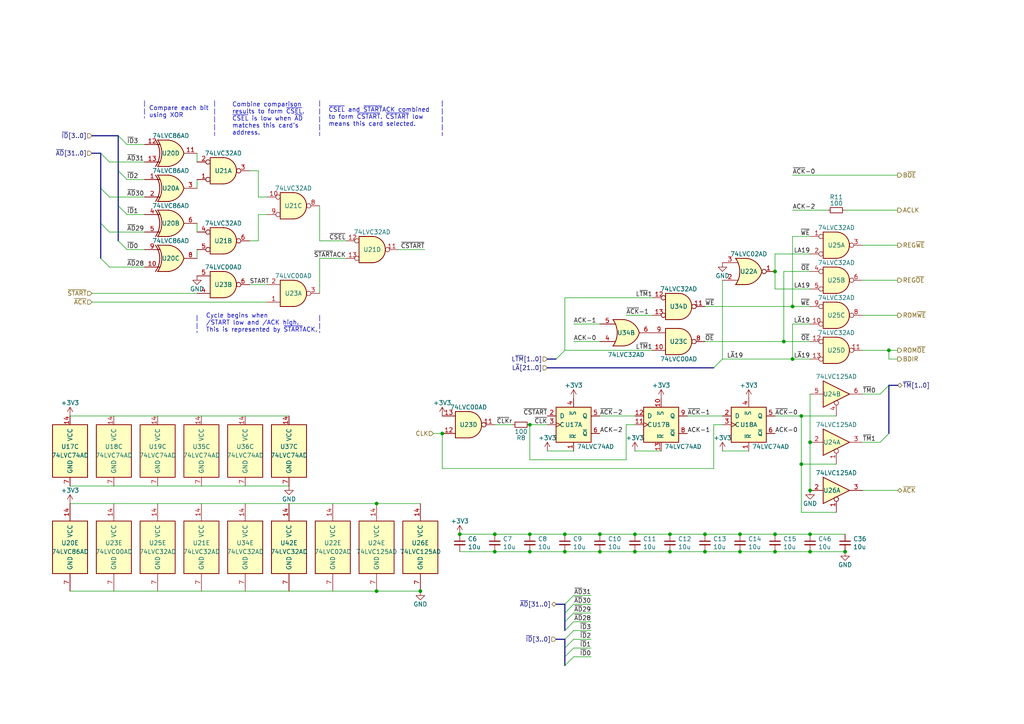
<source format=kicad_sch>
(kicad_sch (version 20211123) (generator eeschema)
  (paper "A4")
  (title_block (title "NuBus-ESP32") (date "2021-11-18") (rev "0.1") (company "Garrett's Workshop"))
  (lib_symbols
    (symbol "74xx:74LS00" (pin_names (offset 1.016))
      (property "Reference" "U" (at 0 1.27 0))
      (property "Value" "74LS00" (at 0 -1.27 0))
      (symbol "74LS00_1_1"
        (pin input line (at -7.62 2.54 0) (length 3.81) (name "~") (number "1"))
        (pin input line (at -7.62 -2.54 0) (length 3.81) (name "~") (number "2"))
        (pin output inverted (at 7.62 0 180) (length 3.81) (name "~") (number "3"))
      )
      (symbol "74LS00_1_2"
        (pin input inverted (at -7.62 2.54 0) (length 4.318) (name "~") (number "1"))
        (pin input inverted (at -7.62 -2.54 0) (length 4.318) (name "~") (number "2"))
        (pin output line (at 7.62 0 180) (length 3.81) (name "~") (number "3"))
      )
      (symbol "74LS00_2_1"
        (pin input line (at -7.62 2.54 0) (length 3.81) (name "~") (number "4"))
        (pin input line (at -7.62 -2.54 0) (length 3.81) (name "~") (number "5"))
        (pin output inverted (at 7.62 0 180) (length 3.81) (name "~") (number "6"))
      )
      (symbol "74LS00_2_2"
        (pin input inverted (at -7.62 2.54 0) (length 4.318) (name "~") (number "4"))
        (pin input inverted (at -7.62 -2.54 0) (length 4.318) (name "~") (number "5"))
        (pin output line (at 7.62 0 180) (length 3.81) (name "~") (number "6"))
      )
      (symbol "74LS00_3_1"
        (pin input line (at -7.62 -2.54 0) (length 3.81) (name "~") (number "10"))
        (pin output inverted (at 7.62 0 180) (length 3.81) (name "~") (number "8"))
        (pin input line (at -7.62 2.54 0) (length 3.81) (name "~") (number "9"))
      )
      (symbol "74LS00_3_2"
        (pin input inverted (at -7.62 -2.54 0) (length 4.318) (name "~") (number "10"))
        (pin output line (at 7.62 0 180) (length 3.81) (name "~") (number "8"))
        (pin input inverted (at -7.62 2.54 0) (length 4.318) (name "~") (number "9"))
      )
      (symbol "74LS00_4_1"
        (pin output inverted (at 7.62 0 180) (length 3.81) (name "~") (number "11"))
        (pin input line (at -7.62 2.54 0) (length 3.81) (name "~") (number "12"))
        (pin input line (at -7.62 -2.54 0) (length 3.81) (name "~") (number "13"))
      )
      (symbol "74LS00_4_2"
        (pin output line (at 7.62 0 180) (length 3.81) (name "~") (number "11"))
        (pin input inverted (at -7.62 2.54 0) (length 4.318) (name "~") (number "12"))
        (pin input inverted (at -7.62 -2.54 0) (length 4.318) (name "~") (number "13"))
      )
      (symbol "74LS00_5_0"
        (pin power_in line (at 0 12.7 270) (length 5.08) (name "VCC") (number "14"))
        (pin power_in line (at 0 -12.7 90) (length 5.08) (name "GND") (number "7"))
      )
    )
    (symbol "74xx:74LS02" (pin_names (offset 1.016))
      (property "Reference" "U" (at 0 1.27 0))
      (property "Value" "74LS02" (at 0 -1.27 0))
      (symbol "74LS02_1_1"
        (pin output inverted (at 7.62 0 180) (length 3.81) (name "~") (number "1"))
        (pin input line (at -7.62 2.54 0) (length 4.318) (name "~") (number "2"))
        (pin input line (at -7.62 -2.54 0) (length 4.318) (name "~") (number "3"))
      )
      (symbol "74LS02_1_2"
        (pin output line (at 7.62 0 180) (length 3.81) (name "~") (number "1"))
        (pin input inverted (at -7.62 2.54 0) (length 3.81) (name "~") (number "2"))
        (pin input inverted (at -7.62 -2.54 0) (length 3.81) (name "~") (number "3"))
      )
      (symbol "74LS02_2_1"
        (pin output inverted (at 7.62 0 180) (length 3.81) (name "~") (number "4"))
        (pin input line (at -7.62 2.54 0) (length 4.318) (name "~") (number "5"))
        (pin input line (at -7.62 -2.54 0) (length 4.318) (name "~") (number "6"))
      )
      (symbol "74LS02_2_2"
        (pin output line (at 7.62 0 180) (length 3.81) (name "~") (number "4"))
        (pin input inverted (at -7.62 2.54 0) (length 3.81) (name "~") (number "5"))
        (pin input inverted (at -7.62 -2.54 0) (length 3.81) (name "~") (number "6"))
      )
      (symbol "74LS02_3_1"
        (pin output inverted (at 7.62 0 180) (length 3.81) (name "~") (number "10"))
        (pin input line (at -7.62 2.54 0) (length 4.318) (name "~") (number "8"))
        (pin input line (at -7.62 -2.54 0) (length 4.318) (name "~") (number "9"))
      )
      (symbol "74LS02_3_2"
        (pin output line (at 7.62 0 180) (length 3.81) (name "~") (number "10"))
        (pin input inverted (at -7.62 2.54 0) (length 3.81) (name "~") (number "8"))
        (pin input inverted (at -7.62 -2.54 0) (length 3.81) (name "~") (number "9"))
      )
      (symbol "74LS02_4_1"
        (pin input line (at -7.62 2.54 0) (length 4.318) (name "~") (number "11"))
        (pin input line (at -7.62 -2.54 0) (length 4.318) (name "~") (number "12"))
        (pin output inverted (at 7.62 0 180) (length 3.81) (name "~") (number "13"))
      )
      (symbol "74LS02_4_2"
        (pin input inverted (at -7.62 2.54 0) (length 3.81) (name "~") (number "11"))
        (pin input inverted (at -7.62 -2.54 0) (length 3.81) (name "~") (number "12"))
        (pin output line (at 7.62 0 180) (length 3.81) (name "~") (number "13"))
      )
      (symbol "74LS02_5_0"
        (pin power_in line (at 0 12.7 270) (length 5.08) (name "VCC") (number "14"))
        (pin power_in line (at 0 -12.7 90) (length 5.08) (name "GND") (number "7"))
      )
    )
    (symbol "74xx:74LS125" (pin_names (offset 1.016))
      (property "Reference" "U" (at 0 1.27 0))
      (property "Value" "74LS125" (at 0 -1.27 0))
      (symbol "74LS125_1_0"
        (pin input inverted (at 0 -6.35 90) (length 4.445) (name "~") (number "1"))
        (pin input line (at -7.62 0 0) (length 3.81) (name "~") (number "2"))
        (pin tri_state line (at 7.62 0 180) (length 3.81) (name "~") (number "3"))
      )
      (symbol "74LS125_2_0"
        (pin input inverted (at 0 -6.35 90) (length 4.445) (name "~") (number "4"))
        (pin input line (at -7.62 0 0) (length 3.81) (name "~") (number "5"))
        (pin tri_state line (at 7.62 0 180) (length 3.81) (name "~") (number "6"))
      )
      (symbol "74LS125_3_0"
        (pin input inverted (at 0 -6.35 90) (length 4.445) (name "~") (number "10"))
        (pin tri_state line (at 7.62 0 180) (length 3.81) (name "~") (number "8"))
        (pin input line (at -7.62 0 0) (length 3.81) (name "~") (number "9"))
      )
      (symbol "74LS125_4_0"
        (pin tri_state line (at 7.62 0 180) (length 3.81) (name "~") (number "11"))
        (pin input line (at -7.62 0 0) (length 3.81) (name "~") (number "12"))
        (pin input inverted (at 0 -6.35 90) (length 4.445) (name "~") (number "13"))
      )
      (symbol "74LS125_5_0"
        (pin power_in line (at 0 12.7 270) (length 5.08) (name "VCC") (number "14"))
        (pin power_in line (at 0 -12.7 90) (length 5.08) (name "GND") (number "7"))
      )
    )
    (symbol "74xx:74LS32" (pin_names (offset 1.016))
      (property "Reference" "U" (at 0 1.27 0))
      (property "Value" "74LS32" (at 0 -1.27 0))
      (symbol "74LS32_1_1"
        (pin input line (at -7.62 2.54 0) (length 4.318) (name "~") (number "1"))
        (pin input line (at -7.62 -2.54 0) (length 4.318) (name "~") (number "2"))
        (pin output line (at 7.62 0 180) (length 3.81) (name "~") (number "3"))
      )
      (symbol "74LS32_1_2"
        (pin input inverted (at -7.62 2.54 0) (length 3.81) (name "~") (number "1"))
        (pin input inverted (at -7.62 -2.54 0) (length 3.81) (name "~") (number "2"))
        (pin output inverted (at 7.62 0 180) (length 3.81) (name "~") (number "3"))
      )
      (symbol "74LS32_2_1"
        (pin input line (at -7.62 2.54 0) (length 4.318) (name "~") (number "4"))
        (pin input line (at -7.62 -2.54 0) (length 4.318) (name "~") (number "5"))
        (pin output line (at 7.62 0 180) (length 3.81) (name "~") (number "6"))
      )
      (symbol "74LS32_2_2"
        (pin input inverted (at -7.62 2.54 0) (length 3.81) (name "~") (number "4"))
        (pin input inverted (at -7.62 -2.54 0) (length 3.81) (name "~") (number "5"))
        (pin output inverted (at 7.62 0 180) (length 3.81) (name "~") (number "6"))
      )
      (symbol "74LS32_3_1"
        (pin input line (at -7.62 -2.54 0) (length 4.318) (name "~") (number "10"))
        (pin output line (at 7.62 0 180) (length 3.81) (name "~") (number "8"))
        (pin input line (at -7.62 2.54 0) (length 4.318) (name "~") (number "9"))
      )
      (symbol "74LS32_3_2"
        (pin input inverted (at -7.62 -2.54 0) (length 3.81) (name "~") (number "10"))
        (pin output inverted (at 7.62 0 180) (length 3.81) (name "~") (number "8"))
        (pin input inverted (at -7.62 2.54 0) (length 3.81) (name "~") (number "9"))
      )
      (symbol "74LS32_4_1"
        (pin output line (at 7.62 0 180) (length 3.81) (name "~") (number "11"))
        (pin input line (at -7.62 2.54 0) (length 4.318) (name "~") (number "12"))
        (pin input line (at -7.62 -2.54 0) (length 4.318) (name "~") (number "13"))
      )
      (symbol "74LS32_4_2"
        (pin output inverted (at 7.62 0 180) (length 3.81) (name "~") (number "11"))
        (pin input inverted (at -7.62 2.54 0) (length 3.81) (name "~") (number "12"))
        (pin input inverted (at -7.62 -2.54 0) (length 3.81) (name "~") (number "13"))
      )
      (symbol "74LS32_5_0"
        (pin power_in line (at 0 12.7 270) (length 5.08) (name "VCC") (number "14"))
        (pin power_in line (at 0 -12.7 90) (length 5.08) (name "GND") (number "7"))
      )
    )
    (symbol "74xx:74LS74" (pin_names (offset 1.016))
      (property "Reference" "U" (at -7.62 8.89 0))
      (property "Value" "74LS74" (at -7.62 -8.89 0))
      (symbol "74LS74_1_0"
        (pin input line (at 0 -7.62 90) (length 2.54) (name "~{R}") (number "1"))
        (pin input line (at -7.62 2.54 0) (length 2.54) (name "D") (number "2"))
        (pin input clock (at -7.62 0 0) (length 2.54) (name "C") (number "3"))
        (pin input line (at 0 7.62 270) (length 2.54) (name "~{S}") (number "4"))
        (pin output line (at 7.62 2.54 180) (length 2.54) (name "Q") (number "5"))
        (pin output line (at 7.62 -2.54 180) (length 2.54) (name "~{Q}") (number "6"))
      )
      (symbol "74LS74_2_0"
        (pin input line (at 0 7.62 270) (length 2.54) (name "~{S}") (number "10"))
        (pin input clock (at -7.62 0 0) (length 2.54) (name "C") (number "11"))
        (pin input line (at -7.62 2.54 0) (length 2.54) (name "D") (number "12"))
        (pin input line (at 0 -7.62 90) (length 2.54) (name "~{R}") (number "13"))
        (pin output line (at 7.62 -2.54 180) (length 2.54) (name "~{Q}") (number "8"))
        (pin output line (at 7.62 2.54 180) (length 2.54) (name "Q") (number "9"))
      )
      (symbol "74LS74_3_0"
        (pin power_in line (at 0 10.16 270) (length 2.54) (name "VCC") (number "14"))
        (pin power_in line (at 0 -10.16 90) (length 2.54) (name "GND") (number "7"))
      )
    )
    (symbol "74xx:74LS86" (pin_names (offset 1.016))
      (property "Reference" "U" (at 0 1.27 0))
      (property "Value" "74LS86" (at 0 -1.27 0))
      (symbol "74LS86_1_0"
        (pin input line (at -7.62 2.54 0) (length 4.445) (name "~") (number "1"))
        (pin input line (at -7.62 -2.54 0) (length 4.445) (name "~") (number "2"))
        (pin output line (at 7.62 0 180) (length 3.81) (name "~") (number "3"))
      )
      (symbol "74LS86_2_0"
        (pin input line (at -7.62 2.54 0) (length 4.445) (name "~") (number "4"))
        (pin input line (at -7.62 -2.54 0) (length 4.445) (name "~") (number "5"))
        (pin output line (at 7.62 0 180) (length 3.81) (name "~") (number "6"))
      )
      (symbol "74LS86_3_0"
        (pin input line (at -7.62 -2.54 0) (length 4.445) (name "~") (number "10"))
        (pin output line (at 7.62 0 180) (length 3.81) (name "~") (number "8"))
        (pin input line (at -7.62 2.54 0) (length 4.445) (name "~") (number "9"))
      )
      (symbol "74LS86_4_0"
        (pin output line (at 7.62 0 180) (length 3.81) (name "~") (number "11"))
        (pin input line (at -7.62 2.54 0) (length 4.445) (name "~") (number "12"))
        (pin input line (at -7.62 -2.54 0) (length 4.445) (name "~") (number "13"))
      )
      (symbol "74LS86_5_0"
        (pin power_in line (at 0 12.7 270) (length 5.08) (name "VCC") (number "14"))
        (pin power_in line (at 0 -12.7 90) (length 5.08) (name "GND") (number "7"))
      )
    )
    (symbol "Device:C_Small" (pin_numbers hide) (pin_names (offset 0.254) hide)
      (property "Reference" "C" (at 0.254 1.778 0))
      (property "Value" "C_Small" (at 0.254 -2.032 0))
      (symbol "C_Small_1_1"
        (pin passive line (at 0 2.54 270) (length 2.032) (name "~") (number "1"))
        (pin passive line (at 0 -2.54 90) (length 2.032) (name "~") (number "2"))
      )
    )
    (symbol "Device:R_Small" (pin_numbers hide) (pin_names (offset 0.254) hide)
      (property "Reference" "R" (at 0.762 0.508 0))
      (property "Value" "R_Small" (at 0.762 -1.016 0))
      (symbol "R_Small_1_1"
        (pin passive line (at 0 2.54 270) (length 0.762) (name "~") (number "1"))
        (pin passive line (at 0 -2.54 90) (length 0.762) (name "~") (number "2"))
      )
    )
    (symbol "power:+3V3" (power) (pin_names (offset 0))
      (property "Value" "+3V3" (at 0 3.556 0))
      (symbol "+3V3_1_1"
        (pin power_in line (at 0 0 90) (length 0) hide (name "+3V3") (number "1"))
      )
    )
    (symbol "power:GND" (power) (pin_names (offset 0))
      (property "Value" "GND" (at 0 -3.81 0))
      (symbol "GND_1_1"
        (pin power_in line (at 0 0 270) (length 0) hide (name "GND") (number "1"))
      )
    )
  )
  (junction (at 128.27 125.73))
  (junction (at 232.41 120.65))
  (junction (at 153.67 154.94))
  (junction (at 184.15 160.02))
  (junction (at 121.92 171.45))
  (junction (at 184.15 154.94))
  (junction (at 194.31 160.02))
  (junction (at 163.83 160.02))
  (junction (at 194.31 154.94))
  (junction (at 173.99 160.02))
  (junction (at 109.22 171.45))
  (junction (at 163.83 154.94))
  (junction (at 229.87 88.9))
  (junction (at 143.51 160.02))
  (junction (at 224.79 154.94))
  (junction (at 214.63 154.94))
  (junction (at 133.35 154.94))
  (junction (at 153.67 123.19))
  (junction (at 234.95 128.27))
  (junction (at 232.41 134.62))
  (junction (at 224.79 78.74))
  (junction (at 234.95 154.94))
  (junction (at 153.67 160.02))
  (junction (at 224.79 160.02))
  (junction (at 204.47 160.02))
  (junction (at 109.22 146.05))
  (junction (at 234.95 142.24))
  (junction (at 257.81 101.6))
  (junction (at 227.33 99.06))
  (junction (at 204.47 154.94))
  (junction (at 245.11 160.02))
  (junction (at 229.87 104.14))
  (junction (at 234.95 160.02))
  (junction (at 214.63 160.02))
  (junction (at 173.99 154.94))
  (junction (at 143.51 154.94))
  (bus_entry (at 34.29 39.37) (size 2.54 2.54))
  (bus_entry (at 29.21 74.93) (size 2.54 2.54))
  (bus_entry (at 34.29 49.53) (size 2.54 2.54))
  (bus_entry (at 163.83 182.88) (size 2.54 -2.54))
  (bus_entry (at 163.83 193.04) (size 2.54 -2.54))
  (bus_entry (at 161.29 104.14) (size 2.54 -2.54))
  (bus_entry (at 163.83 180.34) (size 2.54 -2.54))
  (bus_entry (at 207.01 106.68) (size 2.54 -2.54))
  (bus_entry (at 257.81 111.76) (size -2.54 2.54))
  (bus_entry (at 29.21 64.77) (size 2.54 2.54))
  (bus_entry (at 163.83 190.5) (size 2.54 -2.54))
  (bus_entry (at 29.21 44.45) (size 2.54 2.54))
  (bus_entry (at 163.83 177.8) (size 2.54 -2.54))
  (bus_entry (at 29.21 54.61) (size 2.54 2.54))
  (bus_entry (at 163.83 175.26) (size 2.54 -2.54))
  (bus_entry (at 34.29 59.69) (size 2.54 2.54))
  (bus_entry (at 257.81 125.73) (size -2.54 2.54))
  (bus_entry (at 34.29 69.85) (size 2.54 2.54))
  (bus_entry (at 163.83 187.96) (size 2.54 -2.54))
  (bus_entry (at 163.83 185.42) (size 2.54 -2.54))
  (wire (pts (xy 20.32 171.45) (xy 109.22 171.45)))
  (wire (pts (xy 31.75 67.31) (xy 41.91 67.31)))
  (wire (pts (xy 240.03 60.96) (xy 229.87 60.96)))
  (wire (pts (xy 229.87 68.58) (xy 234.95 68.58)))
  (wire (pts (xy 250.19 91.44) (xy 260.35 91.44)))
  (wire (pts (xy 36.83 41.91) (xy 41.91 41.91)))
  (wire (pts (xy 234.95 154.94) (xy 245.11 154.94)))
  (wire (pts (xy 72.39 82.55) (xy 77.47 82.55)))
  (wire (pts (xy 260.35 104.14) (xy 257.81 104.14)))
  (wire (pts (xy 209.55 130.81) (xy 217.17 130.81)))
  (wire (pts (xy 229.87 88.9) (xy 229.87 68.58)))
  (bus (pts (xy 26.67 44.45) (xy 29.21 44.45)))
  (polyline (pts (xy 92.71 91.44) (xy 92.71 96.52)))
  (wire (pts (xy 234.95 128.27) (xy 234.95 114.3)))
  (wire (pts (xy 36.83 62.23) (xy 41.91 62.23)))
  (wire (pts (xy 128.27 125.73) (xy 128.27 135.89)))
  (wire (pts (xy 227.33 78.74) (xy 234.95 78.74)))
  (bus (pts (xy 207.01 106.68) (xy 158.75 106.68)))
  (wire (pts (xy 214.63 154.94) (xy 204.47 154.94)))
  (wire (pts (xy 229.87 93.98) (xy 229.87 104.14)))
  (wire (pts (xy 181.61 133.35) (xy 153.67 133.35)))
  (wire (pts (xy 255.27 128.27) (xy 250.19 128.27)))
  (wire (pts (xy 163.83 160.02) (xy 153.67 160.02)))
  (bus (pts (xy 163.83 180.34) (xy 163.83 182.88)))
  (wire (pts (xy 181.61 91.44) (xy 189.23 91.44)))
  (wire (pts (xy 26.67 87.63) (xy 77.47 87.63)))
  (wire (pts (xy 166.37 190.5) (xy 171.45 190.5)))
  (bus (pts (xy 34.29 59.69) (xy 34.29 69.85)))
  (wire (pts (xy 100.33 74.93) (xy 92.71 74.93)))
  (wire (pts (xy 166.37 180.34) (xy 171.45 180.34)))
  (wire (pts (xy 250.19 71.12) (xy 260.35 71.12)))
  (wire (pts (xy 234.95 160.02) (xy 245.11 160.02)))
  (wire (pts (xy 20.32 146.05) (xy 109.22 146.05)))
  (wire (pts (xy 234.95 88.9) (xy 229.87 88.9)))
  (bus (pts (xy 260.35 111.76) (xy 257.81 111.76)))
  (wire (pts (xy 57.15 52.07) (xy 57.15 54.61)))
  (wire (pts (xy 74.93 62.23) (xy 74.93 69.85)))
  (wire (pts (xy 100.33 69.85) (xy 92.71 69.85)))
  (wire (pts (xy 36.83 52.07) (xy 41.91 52.07)))
  (wire (pts (xy 214.63 160.02) (xy 224.79 160.02)))
  (wire (pts (xy 36.83 72.39) (xy 41.91 72.39)))
  (wire (pts (xy 234.95 99.06) (xy 227.33 99.06)))
  (wire (pts (xy 229.87 93.98) (xy 234.95 93.98)))
  (wire (pts (xy 209.55 120.65) (xy 199.39 120.65)))
  (bus (pts (xy 29.21 54.61) (xy 29.21 64.77)))
  (wire (pts (xy 74.93 49.53) (xy 72.39 49.53)))
  (polyline (pts (xy 41.91 29.21) (xy 41.91 34.29)))
  (bus (pts (xy 34.29 39.37) (xy 34.29 49.53)))
  (wire (pts (xy 224.79 154.94) (xy 214.63 154.94)))
  (wire (pts (xy 232.41 120.65) (xy 232.41 134.62)))
  (wire (pts (xy 20.32 120.65) (xy 83.82 120.65)))
  (bus (pts (xy 163.83 175.26) (xy 161.29 175.26)))
  (wire (pts (xy 204.47 160.02) (xy 214.63 160.02)))
  (wire (pts (xy 207.01 123.19) (xy 209.55 123.19)))
  (bus (pts (xy 163.83 185.42) (xy 163.83 187.96)))
  (wire (pts (xy 143.51 154.94) (xy 153.67 154.94)))
  (wire (pts (xy 125.73 125.73) (xy 128.27 125.73)))
  (wire (pts (xy 234.95 154.94) (xy 224.79 154.94)))
  (wire (pts (xy 229.87 88.9) (xy 204.47 88.9)))
  (wire (pts (xy 31.75 46.99) (xy 41.91 46.99)))
  (wire (pts (xy 57.15 44.45) (xy 57.15 46.99)))
  (wire (pts (xy 224.79 83.82) (xy 234.95 83.82)))
  (wire (pts (xy 224.79 73.66) (xy 224.79 78.74)))
  (wire (pts (xy 74.93 69.85) (xy 72.39 69.85)))
  (wire (pts (xy 77.47 62.23) (xy 74.93 62.23)))
  (wire (pts (xy 92.71 59.69) (xy 92.71 69.85)))
  (wire (pts (xy 109.22 146.05) (xy 121.92 146.05)))
  (bus (pts (xy 34.29 49.53) (xy 34.29 59.69)))
  (wire (pts (xy 121.92 171.45) (xy 109.22 171.45)))
  (bus (pts (xy 163.83 175.26) (xy 163.83 177.8)))
  (bus (pts (xy 163.83 190.5) (xy 163.83 193.04)))
  (wire (pts (xy 227.33 99.06) (xy 204.47 99.06)))
  (wire (pts (xy 184.15 123.19) (xy 181.61 123.19)))
  (wire (pts (xy 153.67 123.19) (xy 158.75 123.19)))
  (wire (pts (xy 163.83 86.36) (xy 189.23 86.36)))
  (wire (pts (xy 166.37 182.88) (xy 171.45 182.88)))
  (wire (pts (xy 153.67 154.94) (xy 163.83 154.94)))
  (bus (pts (xy 163.83 185.42) (xy 161.29 185.42)))
  (wire (pts (xy 204.47 154.94) (xy 194.31 154.94)))
  (wire (pts (xy 128.27 135.89) (xy 207.01 135.89)))
  (wire (pts (xy 227.33 78.74) (xy 227.33 99.06)))
  (polyline (pts (xy 57.15 91.44) (xy 57.15 96.52)))
  (wire (pts (xy 143.51 123.19) (xy 148.59 123.19)))
  (wire (pts (xy 163.83 101.6) (xy 189.23 101.6)))
  (wire (pts (xy 255.27 114.3) (xy 250.19 114.3)))
  (wire (pts (xy 57.15 72.39) (xy 57.15 74.93)))
  (wire (pts (xy 224.79 73.66) (xy 234.95 73.66)))
  (wire (pts (xy 166.37 185.42) (xy 171.45 185.42)))
  (polyline (pts (xy 92.71 29.21) (xy 92.71 39.37)))
  (wire (pts (xy 31.75 77.47) (xy 41.91 77.47)))
  (wire (pts (xy 57.15 64.77) (xy 57.15 67.31)))
  (wire (pts (xy 229.87 50.8) (xy 260.35 50.8)))
  (wire (pts (xy 158.75 130.81) (xy 166.37 130.81)))
  (wire (pts (xy 207.01 135.89) (xy 207.01 123.19)))
  (wire (pts (xy 166.37 93.98) (xy 173.99 93.98)))
  (wire (pts (xy 20.32 140.97) (xy 83.82 140.97)))
  (wire (pts (xy 26.67 85.09) (xy 57.15 85.09)))
  (wire (pts (xy 232.41 148.59) (xy 242.57 148.59)))
  (wire (pts (xy 153.67 160.02) (xy 143.51 160.02)))
  (wire (pts (xy 92.71 74.93) (xy 92.71 85.09)))
  (wire (pts (xy 250.19 81.28) (xy 260.35 81.28)))
  (wire (pts (xy 166.37 187.96) (xy 171.45 187.96)))
  (wire (pts (xy 115.57 72.39) (xy 123.19 72.39)))
  (bus (pts (xy 29.21 44.45) (xy 29.21 54.61)))
  (bus (pts (xy 163.83 187.96) (xy 163.83 190.5)))
  (wire (pts (xy 250.19 101.6) (xy 257.81 101.6)))
  (wire (pts (xy 184.15 160.02) (xy 194.31 160.02)))
  (wire (pts (xy 166.37 175.26) (xy 171.45 175.26)))
  (wire (pts (xy 166.37 172.72) (xy 171.45 172.72)))
  (wire (pts (xy 232.41 120.65) (xy 242.57 120.65)))
  (wire (pts (xy 257.81 101.6) (xy 260.35 101.6)))
  (wire (pts (xy 245.11 60.96) (xy 260.35 60.96)))
  (polyline (pts (xy 62.23 29.21) (xy 62.23 39.37)))
  (wire (pts (xy 173.99 154.94) (xy 163.83 154.94)))
  (wire (pts (xy 232.41 134.62) (xy 232.41 148.59)))
  (polyline (pts (xy 128.27 29.21) (xy 128.27 39.37)))
  (wire (pts (xy 194.31 154.94) (xy 184.15 154.94)))
  (wire (pts (xy 224.79 78.74) (xy 224.79 83.82)))
  (wire (pts (xy 209.55 81.28) (xy 209.55 104.14)))
  (wire (pts (xy 163.83 101.6) (xy 163.83 86.36)))
  (wire (pts (xy 77.47 57.15) (xy 74.93 57.15)))
  (wire (pts (xy 153.67 133.35) (xy 153.67 123.19)))
  (bus (pts (xy 257.81 125.73) (xy 257.81 111.76)))
  (wire (pts (xy 133.35 154.94) (xy 143.51 154.94)))
  (wire (pts (xy 209.55 104.14) (xy 229.87 104.14)))
  (bus (pts (xy 163.83 177.8) (xy 163.83 180.34)))
  (wire (pts (xy 163.83 160.02) (xy 173.99 160.02)))
  (wire (pts (xy 229.87 104.14) (xy 234.95 104.14)))
  (wire (pts (xy 184.15 130.81) (xy 191.77 130.81)))
  (wire (pts (xy 194.31 160.02) (xy 204.47 160.02)))
  (wire (pts (xy 31.75 57.15) (xy 41.91 57.15)))
  (wire (pts (xy 257.81 104.14) (xy 257.81 101.6)))
  (wire (pts (xy 234.95 142.24) (xy 234.95 128.27)))
  (wire (pts (xy 184.15 154.94) (xy 173.99 154.94)))
  (wire (pts (xy 173.99 160.02) (xy 184.15 160.02)))
  (wire (pts (xy 232.41 134.62) (xy 242.57 134.62)))
  (wire (pts (xy 74.93 57.15) (xy 74.93 49.53)))
  (wire (pts (xy 224.79 160.02) (xy 234.95 160.02)))
  (bus (pts (xy 29.21 64.77) (xy 29.21 74.93)))
  (wire (pts (xy 166.37 177.8) (xy 171.45 177.8)))
  (wire (pts (xy 143.51 160.02) (xy 133.35 160.02)))
  (wire (pts (xy 224.79 120.65) (xy 232.41 120.65)))
  (wire (pts (xy 166.37 99.06) (xy 173.99 99.06)))
  (wire (pts (xy 181.61 123.19) (xy 181.61 133.35)))
  (wire (pts (xy 184.15 120.65) (xy 173.99 120.65)))
  (wire (pts (xy 250.19 142.24) (xy 260.35 142.24)))
  (bus (pts (xy 34.29 39.37) (xy 26.67 39.37)))
  (bus (pts (xy 158.75 104.14) (xy 161.29 104.14)))
  (text "~{CSEL} and ~{START}ACK combined\nto form ~{CSTART}. ~{CSTART} low\nmeans this card selected." (at 95.25 36.83 0) (effects (font (size 1.27 1.27)) (justify left bottom)))
  (text "Cycle begins when\n/START low and /ACK high.\nThis is represented by ~{START}ACK." (at 59.69 96.52 0) (effects (font (size 1.27 1.27)) (justify left bottom)))
  (text "Compare each bit\nusing XOR" (at 43.18 34.29 0) (effects (font (size 1.27 1.27)) (justify left bottom)))
  (text "Combine comparison\nresults to form ~{CSEL}.\n~{CSEL} is low when ~{AD}\nmatches this card’s\naddress." (at 67.31 39.37 0) (effects (font (size 1.27 1.27)) (justify left bottom)))
  (label "~{CLK}r" (at 148.59 123.19 180))
  (label "~{START}ACK" (at 100.33 74.93 180))
  (label "~{ID}3" (at 171.45 182.88 180))
  (label "~{ACK}-1" (at 199.39 120.65 0))
  (label "L~{A}19" (at 210.82 104.14 0))
  (label "~{ACK}-0" (at 224.79 120.65 0))
  (label "ACK-0" (at 166.37 99.06 0))
  (label "~{ID}2" (at 171.45 185.42 180))
  (label "~{AD}31" (at 171.45 172.72 180))
  (label "~{CLK}" (at 158.75 123.19 180))
  (label "~{OE}" (at 204.47 99.06 0))
  (label "~{CSTART}" (at 158.75 120.65 180))
  (label "~{ACK}-2" (at 173.99 120.65 0))
  (label "~{WE}" (at 234.95 68.58 180))
  (label "LA19" (at 234.95 73.66 180))
  (label "~{CSEL}" (at 100.33 69.85 180))
  (label "~{ID}0" (at 171.45 190.5 180))
  (label "ACK-2" (at 229.87 60.96 0))
  (label "~{WE}" (at 204.47 88.9 0))
  (label "~{AD}30" (at 36.83 57.15 0))
  (label "LA19" (at 234.95 83.82 180))
  (label "~{AD}29" (at 171.45 177.8 180))
  (label "~{ID}1" (at 36.83 62.23 0))
  (label "~{ACK}-0" (at 229.87 50.8 0))
  (label "L~{A}19" (at 234.95 104.14 180))
  (label "~{AD}28" (at 171.45 180.34 180))
  (label "~{ID}2" (at 36.83 52.07 0))
  (label "ACK-2" (at 173.99 125.73 0))
  (label "~{AD}29" (at 36.83 67.31 0))
  (label "~{OE}" (at 234.95 99.06 180))
  (label "~{ID}3" (at 36.83 41.91 0))
  (label "L~{A}19" (at 234.95 93.98 180))
  (label "ACK-1" (at 199.39 125.73 0))
  (label "~{ID}0" (at 36.83 72.39 0))
  (label "~{ID}1" (at 171.45 187.96 180))
  (label "START" (at 72.39 82.55 0))
  (label "~{AD}31" (at 36.83 46.99 0))
  (label "~{CSTART}" (at 123.19 72.39 180))
  (label "ACK-0" (at 224.79 125.73 0))
  (label "~{AD}30" (at 171.45 175.26 180))
  (label "~{TM}1" (at 250.19 128.27 0))
  (label "~{ACK}-1" (at 181.61 91.44 0))
  (label "~{OE}" (at 234.95 78.74 180))
  (label "ACK-1" (at 166.37 93.98 0))
  (label "L~{TM}1" (at 189.23 101.6 180))
  (label "~{WE}" (at 234.95 88.9 180))
  (label "L~{TM}1" (at 189.23 86.36 180))
  (label "~{AD}28" (at 36.83 77.47 0))
  (label "~{TM}0" (at 250.19 114.3 0))
  (hierarchical_label "~{AD}[31..0]" (shape input) (at 26.67 44.45 180))
  (hierarchical_label "L~{TM}[1..0]" (shape input) (at 158.75 104.14 180))
  (hierarchical_label "BDIR" (shape output) (at 260.35 104.14 0))
  (hierarchical_label "B~{OE}" (shape output) (at 260.35 50.8 0))
  (hierarchical_label "~{ID}[3..0]" (shape input) (at 26.67 39.37 180))
  (hierarchical_label "REG~{OE}" (shape output) (at 260.35 81.28 0))
  (hierarchical_label "REG~{WE}" (shape output) (at 260.35 71.12 0))
  (hierarchical_label "ROM~{OE}" (shape output) (at 260.35 101.6 0))
  (hierarchical_label "~{AD}[31..0]" (shape bidirectional) (at 161.29 175.26 180))
  (hierarchical_label "~{ACK}" (shape bidirectional) (at 260.35 142.24 0))
  (hierarchical_label "~{ACK}" (shape input) (at 26.67 87.63 180))
  (hierarchical_label "~{ID}[3..0]" (shape input) (at 161.29 185.42 180))
  (hierarchical_label "CLK" (shape input) (at 125.73 125.73 180))
  (hierarchical_label "~{TM}[1..0]" (shape bidirectional) (at 260.35 111.76 0))
  (hierarchical_label "ACLK" (shape output) (at 260.35 60.96 0))
  (hierarchical_label "L~{A}[21..0]" (shape input) (at 158.75 106.68 180))
  (hierarchical_label "~{START}" (shape input) (at 26.67 85.09 180))
  (hierarchical_label "ROM~{WE}" (shape output) (at 260.35 91.44 0))
  (symbol (lib_id "Device:R_Small") (at 151.13 123.19 90) (unit 1)
    (property "Reference" "R8" (at 151.13 127 90))
    (property "Value" "100" (at 151.13 124.46 90) (effects (justify bottom)))
    (property "Footprint" "stdpads:R_0805" (effects hide))
    (property "LCSC Part" "C17408" (effects hide))
  )
  (symbol (lib_id "Device:R_Small") (at 242.57 60.96 90) (mirror x) (unit 1)
    (property "Reference" "R11" (at 242.57 57.15 90))
    (property "Value" "100" (at 242.57 59.69 90) (effects (justify bottom)))
    (property "Footprint" "stdpads:R_0805" (effects hide))
    (property "LCSC Part" "C17408" (effects hide))
  )
  (symbol (lib_id "74xx:74LS00") (at 135.89 123.19 0) (mirror x) (unit 4)
    (property "Reference" "U23" (at 135.89 123.19 0))
    (property "Value" "74LVC00AD" (at 135.89 118.11 0))
    (property "Footprint" "stdpads:SOIC-14_3.9mm" (effects hide))
    (property "Datasheet" "http://www.ti.com/lit/gpn/sn74LS00" (effects hide))
    (property "LCSC Part" "C7802" (effects hide))
  )
  (symbol (lib_id "74xx:74LS86") (at 20.32 158.75 0) (unit 5)
    (property "Reference" "U20" (at 20.32 157.48 0))
    (property "Value" "74LVC86AD" (at 20.32 160.02 0))
    (property "Footprint" "stdpads:SOIC-14_3.9mm" (effects hide))
    (property "Datasheet" "http://www.ti.com/lit/gpn/sn74LS86" (effects hide))
    (property "LCSC Part" "C548853" (effects hide))
  )
  (symbol (lib_id "74xx:74LS00") (at 33.02 158.75 0) (unit 5)
    (property "Reference" "U23" (at 33.02 157.48 0))
    (property "Value" "74LVC00AD" (at 33.02 160.02 0))
    (property "Footprint" "stdpads:SOIC-14_3.9mm" (effects hide))
    (property "Datasheet" "http://www.ti.com/lit/gpn/sn74LS00" (effects hide))
    (property "LCSC Part" "C7802" (effects hide))
  )
  (symbol (lib_id "74xx:74LS32") (at 45.72 158.75 0) (unit 5)
    (property "Reference" "U25" (at 45.72 157.48 0))
    (property "Value" "74LVC32AD" (at 45.72 160.02 0))
    (property "Footprint" "stdpads:SOIC-14_3.9mm" (effects hide))
    (property "Datasheet" "http://www.ti.com/lit/gpn/sn74LS08" (effects hide))
    (property "LCSC Part" "C7852" (effects hide))
  )
  (symbol (lib_id "74xx:74LS32") (at 58.42 158.75 0) (unit 5)
    (property "Reference" "U21" (at 58.42 157.48 0))
    (property "Value" "74LVC32AD" (at 58.42 160.02 0))
    (property "Footprint" "stdpads:SOIC-14_3.9mm" (effects hide))
    (property "Datasheet" "http://www.ti.com/lit/gpn/sn74LS08" (effects hide))
    (property "LCSC Part" "C7852" (effects hide))
  )
  (symbol (lib_id "74xx:74LS02") (at 96.52 158.75 0) (unit 5)
    (property "Reference" "U22" (at 96.52 157.48 0))
    (property "Value" "74LVC02AD" (at 96.52 160.02 0))
    (property "Footprint" "stdpads:SOIC-14_3.9mm" (effects hide))
    (property "Datasheet" "http://www.ti.com/lit/gpn/sn74LS02" (effects hide))
    (property "LCSC Part" "C7804" (effects hide))
  )
  (symbol (lib_id "74xx:74LS32") (at 71.12 158.75 0) (unit 5)
    (property "Reference" "U34" (at 71.12 157.48 0))
    (property "Value" "74LVC32AD" (at 71.12 160.02 0))
    (property "Footprint" "stdpads:SOIC-14_3.9mm" (effects hide))
    (property "Datasheet" "http://www.ti.com/lit/gpn/sn74LS08" (effects hide))
    (property "LCSC Part" "C7852" (effects hide))
  )
  (symbol (lib_id "74xx:74LS32") (at 196.85 88.9 0) (unit 4) (convert 2)
    (property "Reference" "U34" (at 196.85 88.9 0))
    (property "Value" "74LVC32AD" (at 196.85 83.82 0))
    (property "Footprint" "stdpads:SOIC-14_3.9mm" (effects hide))
    (property "Datasheet" "http://www.ti.com/lit/gpn/sn74LS08" (effects hide))
    (property "LCSC Part" "C7852" (effects hide))
  )
  (symbol (lib_id "74xx:74LS74") (at 20.32 130.81 0) (unit 3)
    (property "Reference" "U17" (at 20.32 129.54 0))
    (property "Value" "74LVC74AD" (at 20.32 132.08 0))
    (property "Footprint" "stdpads:SOIC-14_3.9mm" (effects hide))
    (property "Datasheet" "74xx/74hc_hct74.pdf" (effects hide))
    (property "LCSC Part" "C7864" (effects hide))
  )
  (symbol (lib_id "power:+3V3") (at 20.32 146.05 0) (unit 1)
    (property "Reference" "#PWR0231" (effects hide))
    (property "Value" "+3V3" (at 20.32 142.24 0))
  )
  (symbol (lib_id "power:GND") (at 121.92 171.45 0) (unit 1)
    (property "Reference" "#PWR0232" (effects hide))
    (property "Value" "GND" (at 121.92 175.26 0))
  )
  (symbol (lib_id "74xx:74LS74") (at 33.02 130.81 0) (unit 3)
    (property "Reference" "U18" (at 33.02 129.54 0))
    (property "Value" "74LVC74AD" (at 33.02 132.08 0))
    (property "Footprint" "stdpads:SOIC-14_3.9mm" (effects hide))
    (property "Datasheet" "74xx/74hc_hct74.pdf" (effects hide))
    (property "LCSC Part" "C7864" (effects hide))
  )
  (symbol (lib_id "74xx:74LS74") (at 45.72 130.81 0) (unit 3)
    (property "Reference" "U19" (at 45.72 129.54 0))
    (property "Value" "74LVC74AD" (at 45.72 132.08 0))
    (property "Footprint" "stdpads:SOIC-14_3.9mm" (effects hide))
    (property "Datasheet" "74xx/74hc_hct74.pdf" (effects hide))
    (property "LCSC Part" "C7864" (effects hide))
  )
  (symbol (lib_id "74xx:74LS74") (at 58.42 130.81 0) (unit 3)
    (property "Reference" "U35" (at 58.42 129.54 0))
    (property "Value" "74LVC74AD" (at 58.42 132.08 0))
    (property "Footprint" "stdpads:SOIC-14_3.9mm" (effects hide))
    (property "Datasheet" "74xx/74hc_hct74.pdf" (effects hide))
    (property "LCSC Part" "C7864" (effects hide))
  )
  (symbol (lib_id "74xx:74LS74") (at 71.12 130.81 0) (unit 3)
    (property "Reference" "U36" (at 71.12 129.54 0))
    (property "Value" "74LVC74AD" (at 71.12 132.08 0))
    (property "Footprint" "stdpads:SOIC-14_3.9mm" (effects hide))
    (property "Datasheet" "74xx/74hc_hct74.pdf" (effects hide))
    (property "LCSC Part" "C7864" (effects hide))
  )
  (symbol (lib_id "74xx:74LS74") (at 83.82 130.81 0) (unit 3)
    (property "Reference" "U37" (at 83.82 129.54 0))
    (property "Value" "74LVC74AD" (at 83.82 132.08 0))
    (property "Footprint" "stdpads:SOIC-14_3.9mm" (effects hide))
    (property "Datasheet" "74xx/74hc_hct74.pdf" (effects hide))
    (property "LCSC Part" "C7864" (effects hide))
  )
  (symbol (lib_id "74xx:74LS125") (at 109.22 158.75 0) (unit 5)
    (property "Reference" "U24" (at 109.22 157.48 0))
    (property "Value" "74LVC125AD" (at 109.22 160.02 0))
    (property "Footprint" "stdpads:SOIC-14_3.9mm" (effects hide))
    (property "Datasheet" "http://www.ti.com/lit/gpn/sn74LS125" (effects hide))
    (property "LCSC Part" "C7661" (effects hide))
  )
  (symbol (lib_id "74xx:74LS125") (at 121.92 158.75 0) (unit 5)
    (property "Reference" "U26" (at 121.92 157.48 0))
    (property "Value" "74LVC125AD" (at 121.92 160.02 0))
    (property "Footprint" "stdpads:SOIC-14_3.9mm" (effects hide))
    (property "Datasheet" "http://www.ti.com/lit/gpn/sn74LS125" (effects hide))
    (property "LCSC Part" "C7661" (effects hide))
  )
  (symbol (lib_id "power:+3V3") (at 20.32 120.65 0) (unit 1)
    (property "Reference" "#PWR0233" (effects hide))
    (property "Value" "+3V3" (at 20.32 116.84 0))
  )
  (symbol (lib_id "power:GND") (at 83.82 140.97 0) (unit 1)
    (property "Reference" "#PWR0234" (effects hide))
    (property "Value" "GND" (at 83.82 144.78 0))
  )
  (symbol (lib_id "Device:C_Small") (at 234.95 157.48 0) (mirror y) (unit 1)
    (property "Reference" "C46" (at 237.2868 156.3116 0) (effects (justify right)))
    (property "Value" "10u" (at 237.2868 158.623 0) (effects (justify right)))
    (property "Footprint" "stdpads:C_0805" (effects hide))
    (property "LCSC Part" "C15850" (effects hide))
  )
  (symbol (lib_id "74xx:74LS32") (at 83.82 158.75 0) (unit 5)
    (property "Reference" "U42" (at 83.82 157.48 0))
    (property "Value" "74LVC32AD" (at 83.82 160.02 0))
    (property "Footprint" "stdpads:SOIC-14_3.9mm" (effects hide))
    (property "Datasheet" "http://www.ti.com/lit/gpn/sn74LS08" (effects hide))
    (property "LCSC Part" "C7852" (effects hide))
  )
  (symbol (lib_id "Device:C_Small") (at 245.11 157.48 0) (mirror y) (unit 1)
    (property "Reference" "C36" (at 247.4468 156.3116 0) (effects (justify right)))
    (property "Value" "10u" (at 247.4468 158.623 0) (effects (justify right)))
    (property "Footprint" "stdpads:C_0805" (effects hide))
    (property "LCSC Part" "C15850" (effects hide))
  )
  (symbol (lib_id "power:GND") (at 245.11 160.02 0) (unit 1)
    (property "Reference" "#PWR0215" (effects hide))
    (property "Value" "GND" (at 245.11 163.83 0))
  )
  (symbol (lib_id "power:+3V3") (at 166.37 115.57 0) (unit 1)
    (property "Reference" "#PWR0109" (effects hide))
    (property "Value" "+3V3" (at 166.37 111.76 0))
  )
  (symbol (lib_id "power:+3V3") (at 191.77 115.57 0) (unit 1)
    (property "Reference" "#PWR0110" (effects hide))
    (property "Value" "+3V3" (at 191.77 111.76 0))
  )
  (symbol (lib_id "power:+3V3") (at 217.17 115.57 0) (unit 1)
    (property "Reference" "#PWR0111" (effects hide))
    (property "Value" "+3V3" (at 217.17 111.76 0))
  )
  (symbol (lib_id "power:+3V3") (at 128.27 120.65 0) (unit 1)
    (property "Reference" "#PWR0112" (effects hide))
    (property "Value" "+3V3" (at 128.27 116.84 0))
  )
  (symbol (lib_id "power:+3V3") (at 158.75 130.81 0) (unit 1)
    (property "Reference" "#PWR0113" (effects hide))
    (property "Value" "+3V3" (at 158.75 127 0))
  )
  (symbol (lib_id "power:+3V3") (at 184.15 130.81 0) (unit 1)
    (property "Reference" "#PWR0114" (effects hide))
    (property "Value" "+3V3" (at 184.15 127 0))
  )
  (symbol (lib_id "power:+3V3") (at 209.55 130.81 0) (unit 1)
    (property "Reference" "#PWR0115" (effects hide))
    (property "Value" "+3V3" (at 209.55 127 0))
  )
  (symbol (lib_id "74xx:74LS32") (at 242.57 81.28 0) (unit 2) (convert 2)
    (property "Reference" "U25" (at 242.57 81.28 0))
    (property "Value" "74LVC32AD" (at 242.57 76.2 0))
    (property "Footprint" "stdpads:SOIC-14_3.9mm" (effects hide))
    (property "Datasheet" "http://www.ti.com/lit/gpn/sn74LS08" (effects hide))
    (property "LCSC Part" "C7852" (effects hide))
  )
  (symbol (lib_id "74xx:74LS32") (at 242.57 91.44 0) (unit 3) (convert 2)
    (property "Reference" "U25" (at 242.57 91.44 0))
    (property "Value" "74LVC32AD" (at 242.57 86.36 0))
    (property "Footprint" "stdpads:SOIC-14_3.9mm" (effects hide))
    (property "Datasheet" "http://www.ti.com/lit/gpn/sn74LS08" (effects hide))
    (property "LCSC Part" "C7852" (effects hide))
  )
  (symbol (lib_id "74xx:74LS32") (at 242.57 101.6 0) (unit 4) (convert 2)
    (property "Reference" "U25" (at 242.57 101.6 0))
    (property "Value" "74LVC32AD" (at 242.57 96.52 0))
    (property "Footprint" "stdpads:SOIC-14_3.9mm" (effects hide))
    (property "Datasheet" "http://www.ti.com/lit/gpn/sn74LS08" (effects hide))
    (property "LCSC Part" "C7852" (effects hide))
  )
  (symbol (lib_id "74xx:74LS32") (at 242.57 71.12 0) (unit 1) (convert 2)
    (property "Reference" "U25" (at 242.57 71.12 0))
    (property "Value" "74LVC32AD" (at 242.57 66.04 0))
    (property "Footprint" "stdpads:SOIC-14_3.9mm" (effects hide))
    (property "Datasheet" "http://www.ti.com/lit/gpn/sn74LS08" (effects hide))
    (property "LCSC Part" "C7852" (effects hide))
  )
  (symbol (lib_id "74xx:74LS00") (at 196.85 99.06 0) (unit 3)
    (property "Reference" "U23" (at 196.85 99.06 0))
    (property "Value" "74LVC00AD" (at 196.85 104.14 0))
    (property "Footprint" "stdpads:SOIC-14_3.9mm" (effects hide))
    (property "Datasheet" "http://www.ti.com/lit/gpn/sn74LS00" (effects hide))
    (property "LCSC Part" "C7802" (effects hide))
  )
  (symbol (lib_id "74xx:74LS125") (at 242.57 114.3 0) (unit 2)
    (property "Reference" "U24" (at 241.3 114.3 0))
    (property "Value" "74LVC125AD" (at 242.57 109.22 0))
    (property "Footprint" "stdpads:SOIC-14_3.9mm" (effects hide))
    (property "Datasheet" "http://www.ti.com/lit/gpn/sn74LS125" (effects hide))
    (property "LCSC Part" "C7661" (effects hide))
  )
  (symbol (lib_id "74xx:74LS125") (at 242.57 128.27 0) (unit 1)
    (property "Reference" "U24" (at 241.3 128.27 0))
    (property "Value" "74LVC125AD" (at 242.57 123.19 0))
    (property "Footprint" "stdpads:SOIC-14_3.9mm" (effects hide))
    (property "Datasheet" "http://www.ti.com/lit/gpn/sn74LS125" (effects hide))
    (property "LCSC Part" "C7661" (effects hide))
  )
  (symbol (lib_id "74xx:74LS125") (at 242.57 142.24 0) (unit 1)
    (property "Reference" "U26" (at 241.3 142.24 0))
    (property "Value" "74LVC125AD" (at 242.57 137.16 0))
    (property "Footprint" "stdpads:SOIC-14_3.9mm" (effects hide))
    (property "Datasheet" "http://www.ti.com/lit/gpn/sn74LS125" (effects hide))
    (property "LCSC Part" "C7661" (effects hide))
  )
  (symbol (lib_id "74xx:74LS74") (at 166.37 123.19 0) (unit 1)
    (property "Reference" "U17" (at 166.37 123.19 0))
    (property "Value" "74LVC74AD" (at 172.72 129.54 0))
    (property "Footprint" "stdpads:SOIC-14_3.9mm" (effects hide))
    (property "Datasheet" "74xx/74hc_hct74.pdf" (effects hide))
    (property "LCSC Part" "C7864" (effects hide))
  )
  (symbol (lib_id "74xx:74LS74") (at 191.77 123.19 0) (unit 2)
    (property "Reference" "U17" (at 191.77 123.19 0))
    (property "Value" "74LVC74AD" (at 198.12 129.54 0))
    (property "Footprint" "stdpads:SOIC-14_3.9mm" (effects hide))
    (property "Datasheet" "74xx/74hc_hct74.pdf" (effects hide))
    (property "LCSC Part" "C7864" (effects hide))
  )
  (symbol (lib_id "74xx:74LS74") (at 217.17 123.19 0) (unit 1)
    (property "Reference" "U18" (at 217.17 123.19 0))
    (property "Value" "74LVC74AD" (at 223.52 129.54 0))
    (property "Footprint" "stdpads:SOIC-14_3.9mm" (effects hide))
    (property "Datasheet" "74xx/74hc_hct74.pdf" (effects hide))
    (property "LCSC Part" "C7864" (effects hide))
  )
  (symbol (lib_id "power:+3V3") (at 133.35 154.94 0) (mirror y) (unit 1)
    (property "Reference" "#PWR0188" (effects hide))
    (property "Value" "+3V3" (at 133.35 151.13 0))
  )
  (symbol (lib_id "Device:C_Small") (at 133.35 157.48 0) (mirror y) (unit 1)
    (property "Reference" "C6" (at 135.6868 156.3116 0) (effects (justify right)))
    (property "Value" "10u" (at 135.6868 158.623 0) (effects (justify right)))
    (property "Footprint" "stdpads:C_0805" (effects hide))
    (property "LCSC Part" "C15850" (effects hide))
  )
  (symbol (lib_id "Device:C_Small") (at 153.67 157.48 0) (mirror y) (unit 1)
    (property "Reference" "C8" (at 156.0068 156.3116 0) (effects (justify right)))
    (property "Value" "10u" (at 156.0068 158.623 0) (effects (justify right)))
    (property "Footprint" "stdpads:C_0805" (effects hide))
    (property "LCSC Part" "C15850" (effects hide))
  )
  (symbol (lib_id "Device:C_Small") (at 143.51 157.48 0) (mirror y) (unit 1)
    (property "Reference" "C7" (at 145.8468 156.3116 0) (effects (justify right)))
    (property "Value" "10u" (at 145.8468 158.623 0) (effects (justify right)))
    (property "Footprint" "stdpads:C_0805" (effects hide))
    (property "LCSC Part" "C15850" (effects hide))
  )
  (symbol (lib_id "Device:C_Small") (at 163.83 157.48 0) (mirror y) (unit 1)
    (property "Reference" "C9" (at 166.1668 156.3116 0) (effects (justify right)))
    (property "Value" "10u" (at 166.1668 158.623 0) (effects (justify right)))
    (property "Footprint" "stdpads:C_0805" (effects hide))
    (property "LCSC Part" "C15850" (effects hide))
  )
  (symbol (lib_id "Device:C_Small") (at 184.15 157.48 0) (mirror y) (unit 1)
    (property "Reference" "C11" (at 186.4868 156.3116 0) (effects (justify right)))
    (property "Value" "10u" (at 186.4868 158.623 0) (effects (justify right)))
    (property "Footprint" "stdpads:C_0805" (effects hide))
    (property "LCSC Part" "C15850" (effects hide))
  )
  (symbol (lib_id "Device:C_Small") (at 173.99 157.48 0) (mirror y) (unit 1)
    (property "Reference" "C10" (at 176.3268 156.3116 0) (effects (justify right)))
    (property "Value" "10u" (at 176.3268 158.623 0) (effects (justify right)))
    (property "Footprint" "stdpads:C_0805" (effects hide))
    (property "LCSC Part" "C15850" (effects hide))
  )
  (symbol (lib_id "Device:C_Small") (at 194.31 157.48 0) (mirror y) (unit 1)
    (property "Reference" "C12" (at 196.6468 156.3116 0) (effects (justify right)))
    (property "Value" "10u" (at 196.6468 158.623 0) (effects (justify right)))
    (property "Footprint" "stdpads:C_0805" (effects hide))
    (property "LCSC Part" "C15850" (effects hide))
  )
  (symbol (lib_id "Device:C_Small") (at 204.47 157.48 0) (mirror y) (unit 1)
    (property "Reference" "C13" (at 206.8068 156.3116 0) (effects (justify right)))
    (property "Value" "10u" (at 206.8068 158.623 0) (effects (justify right)))
    (property "Footprint" "stdpads:C_0805" (effects hide))
    (property "LCSC Part" "C15850" (effects hide))
  )
  (symbol (lib_id "Device:C_Small") (at 224.79 157.48 0) (mirror y) (unit 1)
    (property "Reference" "C15" (at 227.1268 156.3116 0) (effects (justify right)))
    (property "Value" "10u" (at 227.1268 158.623 0) (effects (justify right)))
    (property "Footprint" "stdpads:C_0805" (effects hide))
    (property "LCSC Part" "C15850" (effects hide))
  )
  (symbol (lib_id "Device:C_Small") (at 214.63 157.48 0) (mirror y) (unit 1)
    (property "Reference" "C14" (at 216.9668 156.3116 0) (effects (justify right)))
    (property "Value" "10u" (at 216.9668 158.623 0) (effects (justify right)))
    (property "Footprint" "stdpads:C_0805" (effects hide))
    (property "LCSC Part" "C15850" (effects hide))
  )
  (symbol (lib_id "74xx:74LS00") (at 85.09 85.09 0) (mirror x) (unit 1)
    (property "Reference" "U23" (at 85.09 85.09 0))
    (property "Value" "74LVC00AD" (at 85.09 80.01 0))
    (property "Footprint" "stdpads:SOIC-14_3.9mm" (effects hide))
    (property "Datasheet" "http://www.ti.com/lit/gpn/sn74LS00" (effects hide))
    (property "LCSC Part" "C7802" (effects hide))
  )
  (symbol (lib_id "power:GND") (at 209.55 76.2 0) (unit 1)
    (property "Reference" "#PWR0211" (effects hide))
    (property "Value" "GND" (at 209.55 80.01 0))
  )
  (symbol (lib_id "74xx:74LS02") (at 217.17 78.74 0) (mirror x) (unit 1)
    (property "Reference" "U22" (at 217.17 78.74 0))
    (property "Value" "74LVC02AD" (at 217.17 73.66 0))
    (property "Footprint" "stdpads:SOIC-14_3.9mm" (effects hide))
    (property "Datasheet" "http://www.ti.com/lit/gpn/sn74LS02" (effects hide))
    (property "LCSC Part" "C7804" (effects hide))
  )
  (symbol (lib_id "power:GND") (at 57.15 80.01 0) (unit 1)
    (property "Reference" "#PWR0216" (effects hide))
    (property "Value" "GND" (at 57.15 83.82 0))
  )
  (symbol (lib_id "74xx:74LS32") (at 85.09 59.69 0) (mirror x) (unit 3) (convert 2)
    (property "Reference" "U21" (at 85.09 59.69 0))
    (property "Value" "74LVC32AD" (at 85.09 54.61 0))
    (property "Footprint" "stdpads:SOIC-14_3.9mm" (effects hide))
    (property "Datasheet" "http://www.ti.com/lit/gpn/sn74LS08" (effects hide))
    (property "LCSC Part" "C7852" (effects hide))
  )
  (symbol (lib_id "74xx:74LS32") (at 181.61 96.52 0) (mirror x) (unit 2)
    (property "Reference" "U34" (at 181.61 96.52 0))
    (property "Value" "74LVC32AD" (at 181.61 102.87 0))
    (property "Footprint" "stdpads:SOIC-14_3.9mm" (effects hide))
    (property "Datasheet" "http://www.ti.com/lit/gpn/sn74LS08" (effects hide))
    (property "LCSC Part" "C7852" (effects hide))
  )
  (symbol (lib_id "power:GND") (at 234.95 142.24 0) (unit 1)
    (property "Reference" "#PWR0106" (effects hide))
    (property "Value" "GND" (at 234.95 146.05 0))
  )
  (symbol (lib_id "74xx:74LS32") (at 107.95 72.39 0) (unit 4) (convert 2)
    (property "Reference" "U21" (at 107.95 72.39 0))
    (property "Value" "74LVC32AD" (at 107.95 67.31 0))
    (property "Footprint" "stdpads:SOIC-14_3.9mm" (effects hide))
    (property "Datasheet" "http://www.ti.com/lit/gpn/sn74LS08" (effects hide))
    (property "LCSC Part" "C7852" (effects hide))
  )
  (symbol (lib_id "74xx:74LS00") (at 64.77 82.55 0) (mirror x) (unit 2)
    (property "Reference" "U23" (at 64.77 82.55 0))
    (property "Value" "74LVC00AD" (at 64.77 77.47 0))
    (property "Footprint" "stdpads:SOIC-14_3.9mm" (effects hide))
    (property "Datasheet" "http://www.ti.com/lit/gpn/sn74LS00" (effects hide))
    (property "LCSC Part" "C7802" (effects hide))
  )
  (symbol (lib_id "74xx:74LS86") (at 49.53 54.61 0) (unit 1)
    (property "Reference" "U20" (at 49.53 54.61 0))
    (property "Value" "74LVC86AD" (at 49.53 49.53 0))
    (property "Footprint" "stdpads:SOIC-14_3.9mm" (effects hide))
    (property "Datasheet" "http://www.ti.com/lit/gpn/sn74LS86" (effects hide))
    (property "LCSC Part" "C548853" (effects hide))
  )
  (symbol (lib_id "74xx:74LS86") (at 49.53 64.77 0) (unit 2)
    (property "Reference" "U20" (at 49.53 64.77 0))
    (property "Value" "74LVC86AD" (at 49.53 59.69 0))
    (property "Footprint" "stdpads:SOIC-14_3.9mm" (effects hide))
    (property "Datasheet" "http://www.ti.com/lit/gpn/sn74LS86" (effects hide))
    (property "LCSC Part" "C548853" (effects hide))
  )
  (symbol (lib_id "74xx:74LS86") (at 49.53 74.93 0) (unit 3)
    (property "Reference" "U20" (at 49.53 74.93 0))
    (property "Value" "74LVC86AD" (at 49.53 69.85 0))
    (property "Footprint" "stdpads:SOIC-14_3.9mm" (effects hide))
    (property "Datasheet" "http://www.ti.com/lit/gpn/sn74LS86" (effects hide))
    (property "LCSC Part" "C548853" (effects hide))
  )
  (symbol (lib_id "74xx:74LS86") (at 49.53 44.45 0) (unit 4)
    (property "Reference" "U20" (at 49.53 44.45 0))
    (property "Value" "74LVC86AD" (at 49.53 39.37 0))
    (property "Footprint" "stdpads:SOIC-14_3.9mm" (effects hide))
    (property "Datasheet" "http://www.ti.com/lit/gpn/sn74LS86" (effects hide))
    (property "LCSC Part" "C548853" (effects hide))
  )
  (symbol (lib_id "74xx:74LS32") (at 64.77 69.85 0) (unit 2) (convert 2)
    (property "Reference" "U21" (at 64.77 69.85 0))
    (property "Value" "74LVC32AD" (at 64.77 64.77 0))
    (property "Footprint" "stdpads:SOIC-14_3.9mm" (effects hide))
    (property "Datasheet" "http://www.ti.com/lit/gpn/sn74LS08" (effects hide))
    (property "LCSC Part" "C7852" (effects hide))
  )
  (symbol (lib_id "74xx:74LS32") (at 64.77 49.53 0) (mirror x) (unit 1) (convert 2)
    (property "Reference" "U21" (at 64.77 49.53 0))
    (property "Value" "74LVC32AD" (at 64.77 44.45 0))
    (property "Footprint" "stdpads:SOIC-14_3.9mm" (effects hide))
    (property "Datasheet" "http://www.ti.com/lit/gpn/sn74LS08" (effects hide))
    (property "LCSC Part" "C7852" (effects hide))
  )
)
</source>
